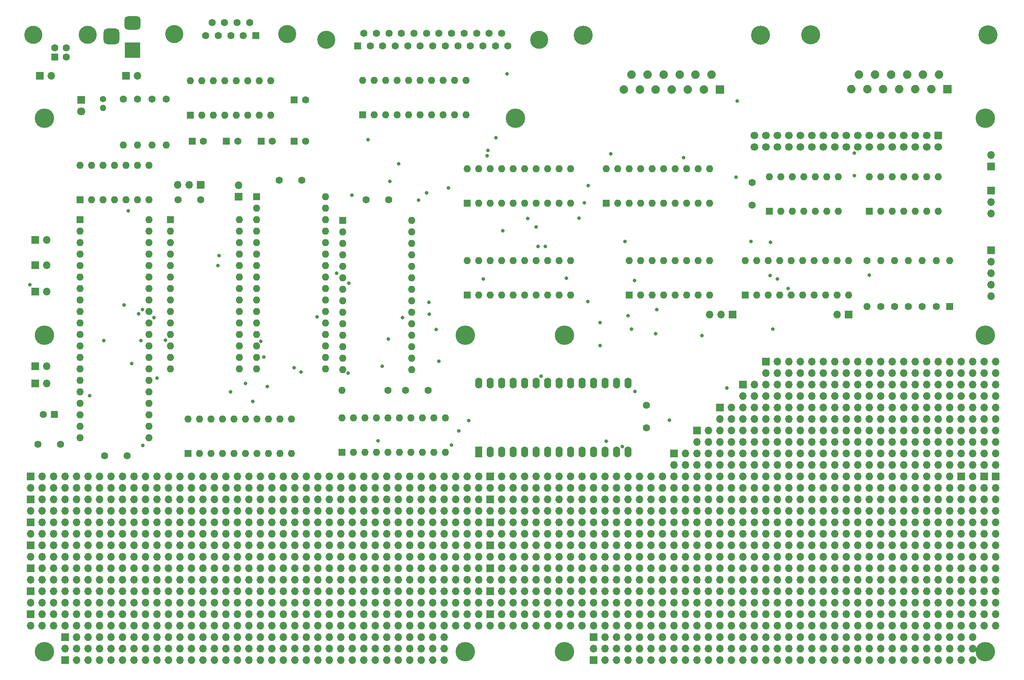
<source format=gbs>
G04 #@! TF.GenerationSoftware,KiCad,Pcbnew,8.0.3*
G04 #@! TF.CreationDate,2024-07-12T16:59:53+02:00*
G04 #@! TF.ProjectId,Sally2,53616c6c-7932-42e6-9b69-6361645f7063,rev?*
G04 #@! TF.SameCoordinates,Original*
G04 #@! TF.FileFunction,Soldermask,Bot*
G04 #@! TF.FilePolarity,Negative*
%FSLAX46Y46*%
G04 Gerber Fmt 4.6, Leading zero omitted, Abs format (unit mm)*
G04 Created by KiCad (PCBNEW 8.0.3) date 2024-07-12 16:59:53*
%MOMM*%
%LPD*%
G01*
G04 APERTURE LIST*
G04 Aperture macros list*
%AMRoundRect*
0 Rectangle with rounded corners*
0 $1 Rounding radius*
0 $2 $3 $4 $5 $6 $7 $8 $9 X,Y pos of 4 corners*
0 Add a 4 corners polygon primitive as box body*
4,1,4,$2,$3,$4,$5,$6,$7,$8,$9,$2,$3,0*
0 Add four circle primitives for the rounded corners*
1,1,$1+$1,$2,$3*
1,1,$1+$1,$4,$5*
1,1,$1+$1,$6,$7*
1,1,$1+$1,$8,$9*
0 Add four rect primitives between the rounded corners*
20,1,$1+$1,$2,$3,$4,$5,0*
20,1,$1+$1,$4,$5,$6,$7,0*
20,1,$1+$1,$6,$7,$8,$9,0*
20,1,$1+$1,$8,$9,$2,$3,0*%
G04 Aperture macros list end*
%ADD10R,1.700000X1.700000*%
%ADD11O,1.700000X1.700000*%
%ADD12R,1.800000X1.800000*%
%ADD13C,1.800000*%
%ADD14C,1.600000*%
%ADD15R,1.600000X1.600000*%
%ADD16C,4.000000*%
%ADD17C,4.300000*%
%ADD18O,1.600000X1.600000*%
%ADD19C,3.000000*%
%ADD20C,1.879600*%
%ADD21RoundRect,0.101600X-0.838200X-0.838200X0.838200X-0.838200X0.838200X0.838200X-0.838200X0.838200X0*%
%ADD22C,4.203200*%
%ADD23R,1.600000X2.400000*%
%ADD24O,1.600000X2.400000*%
%ADD25C,1.400000*%
%ADD26O,1.400000X1.400000*%
%ADD27RoundRect,0.250000X-0.600000X0.600000X-0.600000X-0.600000X0.600000X-0.600000X0.600000X0.600000X0*%
%ADD28C,1.700000*%
%ADD29R,3.500000X3.500000*%
%ADD30RoundRect,0.750000X-1.000000X0.750000X-1.000000X-0.750000X1.000000X-0.750000X1.000000X0.750000X0*%
%ADD31RoundRect,0.875000X-0.875000X0.875000X-0.875000X-0.875000X0.875000X-0.875000X0.875000X0.875000X0*%
%ADD32C,0.800000*%
G04 APERTURE END LIST*
D10*
X137414000Y-146812000D03*
D11*
X139954000Y-146812000D03*
X142494000Y-146812000D03*
X145034000Y-146812000D03*
X147574000Y-146812000D03*
X150114000Y-146812000D03*
X152654000Y-146812000D03*
X155194000Y-146812000D03*
X157734000Y-146812000D03*
X160274000Y-146812000D03*
X162814000Y-146812000D03*
X165354000Y-146812000D03*
X167894000Y-146812000D03*
X170434000Y-146812000D03*
X172974000Y-146812000D03*
X175514000Y-146812000D03*
X178054000Y-146812000D03*
X180594000Y-146812000D03*
X183134000Y-146812000D03*
X185674000Y-146812000D03*
X188214000Y-146812000D03*
X190754000Y-146812000D03*
X193294000Y-146812000D03*
X195834000Y-146812000D03*
X198374000Y-146812000D03*
X200914000Y-146812000D03*
X203454000Y-146812000D03*
X205994000Y-146812000D03*
X208534000Y-146812000D03*
X211074000Y-146812000D03*
X213614000Y-146812000D03*
X216154000Y-146812000D03*
X218694000Y-146812000D03*
X221234000Y-146812000D03*
D10*
X20574000Y-146812000D03*
D11*
X23114000Y-146812000D03*
X25654000Y-146812000D03*
X28194000Y-146812000D03*
X30734000Y-146812000D03*
X33274000Y-146812000D03*
X35814000Y-146812000D03*
X38354000Y-146812000D03*
X40894000Y-146812000D03*
X43434000Y-146812000D03*
X45974000Y-146812000D03*
X48514000Y-146812000D03*
X51054000Y-146812000D03*
X53594000Y-146812000D03*
X56134000Y-146812000D03*
X58674000Y-146812000D03*
X61214000Y-146812000D03*
X63754000Y-146812000D03*
X66294000Y-146812000D03*
X68834000Y-146812000D03*
X71374000Y-146812000D03*
X73914000Y-146812000D03*
X76454000Y-146812000D03*
X78994000Y-146812000D03*
X81534000Y-146812000D03*
X84074000Y-146812000D03*
X86614000Y-146812000D03*
X89154000Y-146812000D03*
X91694000Y-146812000D03*
X94234000Y-146812000D03*
X96774000Y-146812000D03*
X99314000Y-146812000D03*
X101854000Y-146812000D03*
X104394000Y-146812000D03*
D10*
X137414000Y-141732000D03*
D11*
X137414000Y-144272000D03*
X139954000Y-141732000D03*
X139954000Y-144272000D03*
X142494000Y-141732000D03*
X142494000Y-144272000D03*
X145034000Y-141732000D03*
X145034000Y-144272000D03*
X147574000Y-141732000D03*
X147574000Y-144272000D03*
X150114000Y-141732000D03*
X150114000Y-144272000D03*
X152654000Y-141732000D03*
X152654000Y-144272000D03*
X155194000Y-141732000D03*
X155194000Y-144272000D03*
X157734000Y-141732000D03*
X157734000Y-144272000D03*
X160274000Y-141732000D03*
X160274000Y-144272000D03*
X162814000Y-141732000D03*
X162814000Y-144272000D03*
X165354000Y-141732000D03*
X165354000Y-144272000D03*
X167894000Y-141732000D03*
X167894000Y-144272000D03*
X170434000Y-141732000D03*
X170434000Y-144272000D03*
X172974000Y-141732000D03*
X172974000Y-144272000D03*
X175514000Y-141732000D03*
X175514000Y-144272000D03*
X178054000Y-141732000D03*
X178054000Y-144272000D03*
X180594000Y-141732000D03*
X180594000Y-144272000D03*
X183134000Y-141732000D03*
X183134000Y-144272000D03*
X185674000Y-141732000D03*
X185674000Y-144272000D03*
X188214000Y-141732000D03*
X188214000Y-144272000D03*
X190754000Y-141732000D03*
X190754000Y-144272000D03*
X193294000Y-141732000D03*
X193294000Y-144272000D03*
X195834000Y-141732000D03*
X195834000Y-144272000D03*
X198374000Y-141732000D03*
X198374000Y-144272000D03*
X200914000Y-141732000D03*
X200914000Y-144272000D03*
X203454000Y-141732000D03*
X203454000Y-144272000D03*
X205994000Y-141732000D03*
X205994000Y-144272000D03*
X208534000Y-141732000D03*
X208534000Y-144272000D03*
X211074000Y-141732000D03*
X211074000Y-144272000D03*
X213614000Y-141732000D03*
X213614000Y-144272000D03*
X216154000Y-141732000D03*
X216154000Y-144272000D03*
X218694000Y-141732000D03*
X218694000Y-144272000D03*
X221234000Y-141732000D03*
X221234000Y-144272000D03*
D10*
X20574000Y-141732000D03*
D11*
X20574000Y-144272000D03*
X23114000Y-141732000D03*
X23114000Y-144272000D03*
X25654000Y-141732000D03*
X25654000Y-144272000D03*
X28194000Y-141732000D03*
X28194000Y-144272000D03*
X30734000Y-141732000D03*
X30734000Y-144272000D03*
X33274000Y-141732000D03*
X33274000Y-144272000D03*
X35814000Y-141732000D03*
X35814000Y-144272000D03*
X38354000Y-141732000D03*
X38354000Y-144272000D03*
X40894000Y-141732000D03*
X40894000Y-144272000D03*
X43434000Y-141732000D03*
X43434000Y-144272000D03*
X45974000Y-141732000D03*
X45974000Y-144272000D03*
X48514000Y-141732000D03*
X48514000Y-144272000D03*
X51054000Y-141732000D03*
X51054000Y-144272000D03*
X53594000Y-141732000D03*
X53594000Y-144272000D03*
X56134000Y-141732000D03*
X56134000Y-144272000D03*
X58674000Y-141732000D03*
X58674000Y-144272000D03*
X61214000Y-141732000D03*
X61214000Y-144272000D03*
X63754000Y-141732000D03*
X63754000Y-144272000D03*
X66294000Y-141732000D03*
X66294000Y-144272000D03*
X68834000Y-141732000D03*
X68834000Y-144272000D03*
X71374000Y-141732000D03*
X71374000Y-144272000D03*
X73914000Y-141732000D03*
X73914000Y-144272000D03*
X76454000Y-141732000D03*
X76454000Y-144272000D03*
X78994000Y-141732000D03*
X78994000Y-144272000D03*
X81534000Y-141732000D03*
X81534000Y-144272000D03*
X84074000Y-141732000D03*
X84074000Y-144272000D03*
X86614000Y-141732000D03*
X86614000Y-144272000D03*
X89154000Y-141732000D03*
X89154000Y-144272000D03*
X91694000Y-141732000D03*
X91694000Y-144272000D03*
X94234000Y-141732000D03*
X94234000Y-144272000D03*
X96774000Y-141732000D03*
X96774000Y-144272000D03*
X99314000Y-141732000D03*
X99314000Y-144272000D03*
X101854000Y-141732000D03*
X101854000Y-144272000D03*
X104394000Y-141732000D03*
X104394000Y-144272000D03*
D10*
X226314000Y-106172000D03*
D11*
X226314000Y-108712000D03*
X226314000Y-111252000D03*
X226314000Y-113792000D03*
X226314000Y-116332000D03*
X226314000Y-118872000D03*
X226314000Y-121412000D03*
X226314000Y-123952000D03*
X226314000Y-126492000D03*
X226314000Y-129032000D03*
X226314000Y-131572000D03*
X226314000Y-134112000D03*
X226314000Y-136652000D03*
X226314000Y-139192000D03*
D10*
X223774000Y-106172000D03*
D11*
X221234000Y-106172000D03*
X223774000Y-108712000D03*
X221234000Y-108712000D03*
X223774000Y-111252000D03*
X221234000Y-111252000D03*
X223774000Y-113792000D03*
X221234000Y-113792000D03*
X223774000Y-116332000D03*
X221234000Y-116332000D03*
X223774000Y-118872000D03*
X221234000Y-118872000D03*
X223774000Y-121412000D03*
X221234000Y-121412000D03*
X223774000Y-123952000D03*
X221234000Y-123952000D03*
X223774000Y-126492000D03*
X221234000Y-126492000D03*
X223774000Y-129032000D03*
X221234000Y-129032000D03*
X223774000Y-131572000D03*
X221234000Y-131572000D03*
X223774000Y-134112000D03*
X221234000Y-134112000D03*
X223774000Y-136652000D03*
X221234000Y-136652000D03*
X223774000Y-139192000D03*
X221234000Y-139192000D03*
D10*
X218694000Y-106172000D03*
D11*
X216154000Y-106172000D03*
X218694000Y-108712000D03*
X216154000Y-108712000D03*
X218694000Y-111252000D03*
X216154000Y-111252000D03*
X218694000Y-113792000D03*
X216154000Y-113792000D03*
X218694000Y-116332000D03*
X216154000Y-116332000D03*
X218694000Y-118872000D03*
X216154000Y-118872000D03*
X218694000Y-121412000D03*
X216154000Y-121412000D03*
X218694000Y-123952000D03*
X216154000Y-123952000D03*
X218694000Y-126492000D03*
X216154000Y-126492000D03*
X218694000Y-129032000D03*
X216154000Y-129032000D03*
X218694000Y-131572000D03*
X216154000Y-131572000D03*
X218694000Y-134112000D03*
X216154000Y-134112000D03*
X218694000Y-136652000D03*
X216154000Y-136652000D03*
X218694000Y-139192000D03*
X216154000Y-139192000D03*
D10*
X175514000Y-80772000D03*
D11*
X175514000Y-83312000D03*
X178054000Y-80772000D03*
X178054000Y-83312000D03*
X180594000Y-80772000D03*
X180594000Y-83312000D03*
X183134000Y-80772000D03*
X183134000Y-83312000D03*
X185674000Y-80772000D03*
X185674000Y-83312000D03*
X188214000Y-80772000D03*
X188214000Y-83312000D03*
X190754000Y-80772000D03*
X190754000Y-83312000D03*
X193294000Y-80772000D03*
X193294000Y-83312000D03*
X195834000Y-80772000D03*
X195834000Y-83312000D03*
X198374000Y-80772000D03*
X198374000Y-83312000D03*
X200914000Y-80772000D03*
X200914000Y-83312000D03*
X203454000Y-80772000D03*
X203454000Y-83312000D03*
X205994000Y-80772000D03*
X205994000Y-83312000D03*
X208534000Y-80772000D03*
X208534000Y-83312000D03*
X211074000Y-80772000D03*
X211074000Y-83312000D03*
X213614000Y-80772000D03*
X213614000Y-83312000D03*
X216154000Y-80772000D03*
X216154000Y-83312000D03*
X218694000Y-80772000D03*
X218694000Y-83312000D03*
X221234000Y-80772000D03*
X221234000Y-83312000D03*
X223774000Y-80772000D03*
X223774000Y-83312000D03*
X226314000Y-80772000D03*
X226314000Y-83312000D03*
D10*
X170434000Y-85852000D03*
D11*
X170434000Y-88392000D03*
X172974000Y-85852000D03*
X172974000Y-88392000D03*
X175514000Y-85852000D03*
X175514000Y-88392000D03*
X178054000Y-85852000D03*
X178054000Y-88392000D03*
X180594000Y-85852000D03*
X180594000Y-88392000D03*
X183134000Y-85852000D03*
X183134000Y-88392000D03*
X185674000Y-85852000D03*
X185674000Y-88392000D03*
X188214000Y-85852000D03*
X188214000Y-88392000D03*
X190754000Y-85852000D03*
X190754000Y-88392000D03*
X193294000Y-85852000D03*
X193294000Y-88392000D03*
X195834000Y-85852000D03*
X195834000Y-88392000D03*
X198374000Y-85852000D03*
X198374000Y-88392000D03*
X200914000Y-85852000D03*
X200914000Y-88392000D03*
X203454000Y-85852000D03*
X203454000Y-88392000D03*
X205994000Y-85852000D03*
X205994000Y-88392000D03*
X208534000Y-85852000D03*
X208534000Y-88392000D03*
X211074000Y-85852000D03*
X211074000Y-88392000D03*
X213614000Y-85852000D03*
X213614000Y-88392000D03*
X216154000Y-85852000D03*
X216154000Y-88392000D03*
X218694000Y-85852000D03*
X218694000Y-88392000D03*
X221234000Y-85852000D03*
X221234000Y-88392000D03*
X223774000Y-85852000D03*
X223774000Y-88392000D03*
X226314000Y-85852000D03*
X226314000Y-88392000D03*
D10*
X165354000Y-90932000D03*
D11*
X165354000Y-93472000D03*
X167894000Y-90932000D03*
X167894000Y-93472000D03*
X170434000Y-90932000D03*
X170434000Y-93472000D03*
X172974000Y-90932000D03*
X172974000Y-93472000D03*
X175514000Y-90932000D03*
X175514000Y-93472000D03*
X178054000Y-90932000D03*
X178054000Y-93472000D03*
X180594000Y-90932000D03*
X180594000Y-93472000D03*
X183134000Y-90932000D03*
X183134000Y-93472000D03*
X185674000Y-90932000D03*
X185674000Y-93472000D03*
X188214000Y-90932000D03*
X188214000Y-93472000D03*
X190754000Y-90932000D03*
X190754000Y-93472000D03*
X193294000Y-90932000D03*
X193294000Y-93472000D03*
X195834000Y-90932000D03*
X195834000Y-93472000D03*
X198374000Y-90932000D03*
X198374000Y-93472000D03*
X200914000Y-90932000D03*
X200914000Y-93472000D03*
X203454000Y-90932000D03*
X203454000Y-93472000D03*
X205994000Y-90932000D03*
X205994000Y-93472000D03*
X208534000Y-90932000D03*
X208534000Y-93472000D03*
X211074000Y-90932000D03*
X211074000Y-93472000D03*
X213614000Y-90932000D03*
X213614000Y-93472000D03*
X216154000Y-90932000D03*
X216154000Y-93472000D03*
X218694000Y-90932000D03*
X218694000Y-93472000D03*
X221234000Y-90932000D03*
X221234000Y-93472000D03*
X223774000Y-90932000D03*
X223774000Y-93472000D03*
X226314000Y-90932000D03*
X226314000Y-93472000D03*
D10*
X160274000Y-96012000D03*
D11*
X160274000Y-98552000D03*
X162814000Y-96012000D03*
X162814000Y-98552000D03*
X165354000Y-96012000D03*
X165354000Y-98552000D03*
X167894000Y-96012000D03*
X167894000Y-98552000D03*
X170434000Y-96012000D03*
X170434000Y-98552000D03*
X172974000Y-96012000D03*
X172974000Y-98552000D03*
X175514000Y-96012000D03*
X175514000Y-98552000D03*
X178054000Y-96012000D03*
X178054000Y-98552000D03*
X180594000Y-96012000D03*
X180594000Y-98552000D03*
X183134000Y-96012000D03*
X183134000Y-98552000D03*
X185674000Y-96012000D03*
X185674000Y-98552000D03*
X188214000Y-96012000D03*
X188214000Y-98552000D03*
X190754000Y-96012000D03*
X190754000Y-98552000D03*
X193294000Y-96012000D03*
X193294000Y-98552000D03*
X195834000Y-96012000D03*
X195834000Y-98552000D03*
X198374000Y-96012000D03*
X198374000Y-98552000D03*
X200914000Y-96012000D03*
X200914000Y-98552000D03*
X203454000Y-96012000D03*
X203454000Y-98552000D03*
X205994000Y-96012000D03*
X205994000Y-98552000D03*
X208534000Y-96012000D03*
X208534000Y-98552000D03*
X211074000Y-96012000D03*
X211074000Y-98552000D03*
X213614000Y-96012000D03*
X213614000Y-98552000D03*
X216154000Y-96012000D03*
X216154000Y-98552000D03*
X218694000Y-96012000D03*
X218694000Y-98552000D03*
X221234000Y-96012000D03*
X221234000Y-98552000D03*
X223774000Y-96012000D03*
X223774000Y-98552000D03*
X226314000Y-96012000D03*
X226314000Y-98552000D03*
D10*
X155194000Y-101092000D03*
D11*
X155194000Y-103632000D03*
X157734000Y-101092000D03*
X157734000Y-103632000D03*
X160274000Y-101092000D03*
X160274000Y-103632000D03*
X162814000Y-101092000D03*
X162814000Y-103632000D03*
X165354000Y-101092000D03*
X165354000Y-103632000D03*
X167894000Y-101092000D03*
X167894000Y-103632000D03*
X170434000Y-101092000D03*
X170434000Y-103632000D03*
X172974000Y-101092000D03*
X172974000Y-103632000D03*
X175514000Y-101092000D03*
X175514000Y-103632000D03*
X178054000Y-101092000D03*
X178054000Y-103632000D03*
X180594000Y-101092000D03*
X180594000Y-103632000D03*
X183134000Y-101092000D03*
X183134000Y-103632000D03*
X185674000Y-101092000D03*
X185674000Y-103632000D03*
X188214000Y-101092000D03*
X188214000Y-103632000D03*
X190754000Y-101092000D03*
X190754000Y-103632000D03*
X193294000Y-101092000D03*
X193294000Y-103632000D03*
X195834000Y-101092000D03*
X195834000Y-103632000D03*
X198374000Y-101092000D03*
X198374000Y-103632000D03*
X200914000Y-101092000D03*
X200914000Y-103632000D03*
X203454000Y-101092000D03*
X203454000Y-103632000D03*
X205994000Y-101092000D03*
X205994000Y-103632000D03*
X208534000Y-101092000D03*
X208534000Y-103632000D03*
X211074000Y-101092000D03*
X211074000Y-103632000D03*
X213614000Y-101092000D03*
X213614000Y-103632000D03*
X216154000Y-101092000D03*
X216154000Y-103632000D03*
X218694000Y-101092000D03*
X218694000Y-103632000D03*
X221234000Y-101092000D03*
X221234000Y-103632000D03*
X223774000Y-101092000D03*
X223774000Y-103632000D03*
X226314000Y-101092000D03*
X226314000Y-103632000D03*
X213614000Y-113792000D03*
X213614000Y-111252000D03*
X211074000Y-113792000D03*
X211074000Y-111252000D03*
X208534000Y-113792000D03*
X208534000Y-111252000D03*
X205994000Y-113792000D03*
X205994000Y-111252000D03*
X203454000Y-113792000D03*
X203454000Y-111252000D03*
X200914000Y-113792000D03*
X200914000Y-111252000D03*
X198374000Y-113792000D03*
X198374000Y-111252000D03*
X195834000Y-113792000D03*
X195834000Y-111252000D03*
X193294000Y-113792000D03*
X193294000Y-111252000D03*
X190754000Y-113792000D03*
X190754000Y-111252000D03*
X188214000Y-113792000D03*
X188214000Y-111252000D03*
X185674000Y-113792000D03*
X185674000Y-111252000D03*
X183134000Y-113792000D03*
X183134000Y-111252000D03*
X180594000Y-113792000D03*
X180594000Y-111252000D03*
X178054000Y-113792000D03*
X178054000Y-111252000D03*
X175514000Y-113792000D03*
X175514000Y-111252000D03*
X172974000Y-113792000D03*
X172974000Y-111252000D03*
X170434000Y-113792000D03*
X170434000Y-111252000D03*
X167894000Y-113792000D03*
X167894000Y-111252000D03*
X165354000Y-113792000D03*
X165354000Y-111252000D03*
X162814000Y-113792000D03*
X162814000Y-111252000D03*
X160274000Y-113792000D03*
X160274000Y-111252000D03*
X157734000Y-113792000D03*
X157734000Y-111252000D03*
X155194000Y-113792000D03*
X155194000Y-111252000D03*
X152654000Y-113792000D03*
X152654000Y-111252000D03*
X150114000Y-113792000D03*
X150114000Y-111252000D03*
X147574000Y-113792000D03*
X147574000Y-111252000D03*
X145034000Y-113792000D03*
X145034000Y-111252000D03*
X142494000Y-113792000D03*
X142494000Y-111252000D03*
X139954000Y-113792000D03*
X139954000Y-111252000D03*
X137414000Y-113792000D03*
X137414000Y-111252000D03*
X134874000Y-113792000D03*
X134874000Y-111252000D03*
X132334000Y-113792000D03*
X132334000Y-111252000D03*
X129794000Y-113792000D03*
X129794000Y-111252000D03*
X127254000Y-113792000D03*
X127254000Y-111252000D03*
X124714000Y-113792000D03*
X124714000Y-111252000D03*
X122174000Y-113792000D03*
X122174000Y-111252000D03*
X119634000Y-113792000D03*
X119634000Y-111252000D03*
X117094000Y-113792000D03*
X117094000Y-111252000D03*
X114554000Y-113792000D03*
D10*
X114554000Y-111252000D03*
D11*
X112014000Y-108712000D03*
X112014000Y-106172000D03*
X109474000Y-108712000D03*
X109474000Y-106172000D03*
X106934000Y-108712000D03*
X106934000Y-106172000D03*
X104394000Y-108712000D03*
X104394000Y-106172000D03*
X101854000Y-108712000D03*
X101854000Y-106172000D03*
X99314000Y-108712000D03*
X99314000Y-106172000D03*
X96774000Y-108712000D03*
X96774000Y-106172000D03*
X94234000Y-108712000D03*
X94234000Y-106172000D03*
X91694000Y-108712000D03*
X91694000Y-106172000D03*
X89154000Y-108712000D03*
X89154000Y-106172000D03*
X86614000Y-108712000D03*
X86614000Y-106172000D03*
X84074000Y-108712000D03*
X84074000Y-106172000D03*
X81534000Y-108712000D03*
X81534000Y-106172000D03*
X78994000Y-108712000D03*
X78994000Y-106172000D03*
X76454000Y-108712000D03*
X76454000Y-106172000D03*
X73914000Y-108712000D03*
X73914000Y-106172000D03*
X71374000Y-108712000D03*
X71374000Y-106172000D03*
X68834000Y-108712000D03*
X68834000Y-106172000D03*
X66294000Y-108712000D03*
X66294000Y-106172000D03*
X63754000Y-108712000D03*
X63754000Y-106172000D03*
X61214000Y-108712000D03*
X61214000Y-106172000D03*
X58674000Y-108712000D03*
X58674000Y-106172000D03*
X56134000Y-108712000D03*
X56134000Y-106172000D03*
X53594000Y-108712000D03*
X53594000Y-106172000D03*
X51054000Y-108712000D03*
X51054000Y-106172000D03*
X48514000Y-108712000D03*
X48514000Y-106172000D03*
X45974000Y-108712000D03*
X45974000Y-106172000D03*
X43434000Y-108712000D03*
X43434000Y-106172000D03*
X40894000Y-108712000D03*
X40894000Y-106172000D03*
X38354000Y-108712000D03*
X38354000Y-106172000D03*
X35814000Y-108712000D03*
X35814000Y-106172000D03*
X33274000Y-108712000D03*
X33274000Y-106172000D03*
X30734000Y-108712000D03*
X30734000Y-106172000D03*
X28194000Y-108712000D03*
X28194000Y-106172000D03*
X25654000Y-108712000D03*
X25654000Y-106172000D03*
X23114000Y-108712000D03*
X23114000Y-106172000D03*
X20574000Y-108712000D03*
X20574000Y-106172000D03*
X18034000Y-108712000D03*
X18034000Y-106172000D03*
X15494000Y-108712000D03*
X15494000Y-106172000D03*
X12954000Y-108712000D03*
D10*
X12954000Y-106172000D03*
D11*
X112014000Y-113792000D03*
X112014000Y-111252000D03*
X109474000Y-113792000D03*
X109474000Y-111252000D03*
X106934000Y-113792000D03*
X106934000Y-111252000D03*
X104394000Y-113792000D03*
X104394000Y-111252000D03*
X101854000Y-113792000D03*
X101854000Y-111252000D03*
X99314000Y-113792000D03*
X99314000Y-111252000D03*
X96774000Y-113792000D03*
X96774000Y-111252000D03*
X94234000Y-113792000D03*
X94234000Y-111252000D03*
X91694000Y-113792000D03*
X91694000Y-111252000D03*
X89154000Y-113792000D03*
X89154000Y-111252000D03*
X86614000Y-113792000D03*
X86614000Y-111252000D03*
X84074000Y-113792000D03*
X84074000Y-111252000D03*
X81534000Y-113792000D03*
X81534000Y-111252000D03*
X78994000Y-113792000D03*
X78994000Y-111252000D03*
X76454000Y-113792000D03*
X76454000Y-111252000D03*
X73914000Y-113792000D03*
X73914000Y-111252000D03*
X71374000Y-113792000D03*
X71374000Y-111252000D03*
X68834000Y-113792000D03*
X68834000Y-111252000D03*
X66294000Y-113792000D03*
X66294000Y-111252000D03*
X63754000Y-113792000D03*
X63754000Y-111252000D03*
X61214000Y-113792000D03*
X61214000Y-111252000D03*
X58674000Y-113792000D03*
X58674000Y-111252000D03*
X56134000Y-113792000D03*
X56134000Y-111252000D03*
X53594000Y-113792000D03*
X53594000Y-111252000D03*
X51054000Y-113792000D03*
X51054000Y-111252000D03*
X48514000Y-113792000D03*
X48514000Y-111252000D03*
X45974000Y-113792000D03*
X45974000Y-111252000D03*
X43434000Y-113792000D03*
X43434000Y-111252000D03*
X40894000Y-113792000D03*
X40894000Y-111252000D03*
X38354000Y-113792000D03*
X38354000Y-111252000D03*
X35814000Y-113792000D03*
X35814000Y-111252000D03*
X33274000Y-113792000D03*
X33274000Y-111252000D03*
X30734000Y-113792000D03*
X30734000Y-111252000D03*
X28194000Y-113792000D03*
X28194000Y-111252000D03*
X25654000Y-113792000D03*
X25654000Y-111252000D03*
X23114000Y-113792000D03*
X23114000Y-111252000D03*
X20574000Y-113792000D03*
X20574000Y-111252000D03*
X18034000Y-113792000D03*
X18034000Y-111252000D03*
X15494000Y-113792000D03*
X15494000Y-111252000D03*
X12954000Y-113792000D03*
D10*
X12954000Y-111252000D03*
X12954000Y-116332000D03*
D11*
X12954000Y-118872000D03*
X15494000Y-116332000D03*
X15494000Y-118872000D03*
X18034000Y-116332000D03*
X18034000Y-118872000D03*
X20574000Y-116332000D03*
X20574000Y-118872000D03*
X23114000Y-116332000D03*
X23114000Y-118872000D03*
X25654000Y-116332000D03*
X25654000Y-118872000D03*
X28194000Y-116332000D03*
X28194000Y-118872000D03*
X30734000Y-116332000D03*
X30734000Y-118872000D03*
X33274000Y-116332000D03*
X33274000Y-118872000D03*
X35814000Y-116332000D03*
X35814000Y-118872000D03*
X38354000Y-116332000D03*
X38354000Y-118872000D03*
X40894000Y-116332000D03*
X40894000Y-118872000D03*
X43434000Y-116332000D03*
X43434000Y-118872000D03*
X45974000Y-116332000D03*
X45974000Y-118872000D03*
X48514000Y-116332000D03*
X48514000Y-118872000D03*
X51054000Y-116332000D03*
X51054000Y-118872000D03*
X53594000Y-116332000D03*
X53594000Y-118872000D03*
X56134000Y-116332000D03*
X56134000Y-118872000D03*
X58674000Y-116332000D03*
X58674000Y-118872000D03*
X61214000Y-116332000D03*
X61214000Y-118872000D03*
X63754000Y-116332000D03*
X63754000Y-118872000D03*
X66294000Y-116332000D03*
X66294000Y-118872000D03*
X68834000Y-116332000D03*
X68834000Y-118872000D03*
X71374000Y-116332000D03*
X71374000Y-118872000D03*
X73914000Y-116332000D03*
X73914000Y-118872000D03*
X76454000Y-116332000D03*
X76454000Y-118872000D03*
X78994000Y-116332000D03*
X78994000Y-118872000D03*
X81534000Y-116332000D03*
X81534000Y-118872000D03*
X84074000Y-116332000D03*
X84074000Y-118872000D03*
X86614000Y-116332000D03*
X86614000Y-118872000D03*
X89154000Y-116332000D03*
X89154000Y-118872000D03*
X91694000Y-116332000D03*
X91694000Y-118872000D03*
X94234000Y-116332000D03*
X94234000Y-118872000D03*
X96774000Y-116332000D03*
X96774000Y-118872000D03*
X99314000Y-116332000D03*
X99314000Y-118872000D03*
X101854000Y-116332000D03*
X101854000Y-118872000D03*
X104394000Y-116332000D03*
X104394000Y-118872000D03*
X106934000Y-116332000D03*
X106934000Y-118872000D03*
X109474000Y-116332000D03*
X109474000Y-118872000D03*
X112014000Y-116332000D03*
X112014000Y-118872000D03*
X213614000Y-108712000D03*
X213614000Y-106172000D03*
X211074000Y-108712000D03*
X211074000Y-106172000D03*
X208534000Y-108712000D03*
X208534000Y-106172000D03*
X205994000Y-108712000D03*
X205994000Y-106172000D03*
X203454000Y-108712000D03*
X203454000Y-106172000D03*
X200914000Y-108712000D03*
X200914000Y-106172000D03*
X198374000Y-108712000D03*
X198374000Y-106172000D03*
X195834000Y-108712000D03*
X195834000Y-106172000D03*
X193294000Y-108712000D03*
X193294000Y-106172000D03*
X190754000Y-108712000D03*
X190754000Y-106172000D03*
X188214000Y-108712000D03*
X188214000Y-106172000D03*
X185674000Y-108712000D03*
X185674000Y-106172000D03*
X183134000Y-108712000D03*
X183134000Y-106172000D03*
X180594000Y-108712000D03*
X180594000Y-106172000D03*
X178054000Y-108712000D03*
X178054000Y-106172000D03*
X175514000Y-108712000D03*
X175514000Y-106172000D03*
X172974000Y-108712000D03*
X172974000Y-106172000D03*
X170434000Y-108712000D03*
X170434000Y-106172000D03*
X167894000Y-108712000D03*
X167894000Y-106172000D03*
X165354000Y-108712000D03*
X165354000Y-106172000D03*
X162814000Y-108712000D03*
X162814000Y-106172000D03*
X160274000Y-108712000D03*
X160274000Y-106172000D03*
X157734000Y-108712000D03*
X157734000Y-106172000D03*
X155194000Y-108712000D03*
X155194000Y-106172000D03*
X152654000Y-108712000D03*
X152654000Y-106172000D03*
X150114000Y-108712000D03*
X150114000Y-106172000D03*
X147574000Y-108712000D03*
X147574000Y-106172000D03*
X145034000Y-108712000D03*
X145034000Y-106172000D03*
X142494000Y-108712000D03*
X142494000Y-106172000D03*
X139954000Y-108712000D03*
X139954000Y-106172000D03*
X137414000Y-108712000D03*
X137414000Y-106172000D03*
X134874000Y-108712000D03*
X134874000Y-106172000D03*
X132334000Y-108712000D03*
X132334000Y-106172000D03*
X129794000Y-108712000D03*
X129794000Y-106172000D03*
X127254000Y-108712000D03*
X127254000Y-106172000D03*
X124714000Y-108712000D03*
X124714000Y-106172000D03*
X122174000Y-108712000D03*
X122174000Y-106172000D03*
X119634000Y-108712000D03*
X119634000Y-106172000D03*
X117094000Y-108712000D03*
X117094000Y-106172000D03*
X114554000Y-108712000D03*
D10*
X114554000Y-106172000D03*
X114554000Y-116332000D03*
D11*
X114554000Y-118872000D03*
X117094000Y-116332000D03*
X117094000Y-118872000D03*
X119634000Y-116332000D03*
X119634000Y-118872000D03*
X122174000Y-116332000D03*
X122174000Y-118872000D03*
X124714000Y-116332000D03*
X124714000Y-118872000D03*
X127254000Y-116332000D03*
X127254000Y-118872000D03*
X129794000Y-116332000D03*
X129794000Y-118872000D03*
X132334000Y-116332000D03*
X132334000Y-118872000D03*
X134874000Y-116332000D03*
X134874000Y-118872000D03*
X137414000Y-116332000D03*
X137414000Y-118872000D03*
X139954000Y-116332000D03*
X139954000Y-118872000D03*
X142494000Y-116332000D03*
X142494000Y-118872000D03*
X145034000Y-116332000D03*
X145034000Y-118872000D03*
X147574000Y-116332000D03*
X147574000Y-118872000D03*
X150114000Y-116332000D03*
X150114000Y-118872000D03*
X152654000Y-116332000D03*
X152654000Y-118872000D03*
X155194000Y-116332000D03*
X155194000Y-118872000D03*
X157734000Y-116332000D03*
X157734000Y-118872000D03*
X160274000Y-116332000D03*
X160274000Y-118872000D03*
X162814000Y-116332000D03*
X162814000Y-118872000D03*
X165354000Y-116332000D03*
X165354000Y-118872000D03*
X167894000Y-116332000D03*
X167894000Y-118872000D03*
X170434000Y-116332000D03*
X170434000Y-118872000D03*
X172974000Y-116332000D03*
X172974000Y-118872000D03*
X175514000Y-116332000D03*
X175514000Y-118872000D03*
X178054000Y-116332000D03*
X178054000Y-118872000D03*
X180594000Y-116332000D03*
X180594000Y-118872000D03*
X183134000Y-116332000D03*
X183134000Y-118872000D03*
X185674000Y-116332000D03*
X185674000Y-118872000D03*
X188214000Y-116332000D03*
X188214000Y-118872000D03*
X190754000Y-116332000D03*
X190754000Y-118872000D03*
X193294000Y-116332000D03*
X193294000Y-118872000D03*
X195834000Y-116332000D03*
X195834000Y-118872000D03*
X198374000Y-116332000D03*
X198374000Y-118872000D03*
X200914000Y-116332000D03*
X200914000Y-118872000D03*
X203454000Y-116332000D03*
X203454000Y-118872000D03*
X205994000Y-116332000D03*
X205994000Y-118872000D03*
X208534000Y-116332000D03*
X208534000Y-118872000D03*
X211074000Y-116332000D03*
X211074000Y-118872000D03*
X213614000Y-116332000D03*
X213614000Y-118872000D03*
X112014000Y-123952000D03*
X112014000Y-121412000D03*
X109474000Y-123952000D03*
X109474000Y-121412000D03*
X106934000Y-123952000D03*
X106934000Y-121412000D03*
X104394000Y-123952000D03*
X104394000Y-121412000D03*
X101854000Y-123952000D03*
X101854000Y-121412000D03*
X99314000Y-123952000D03*
X99314000Y-121412000D03*
X96774000Y-123952000D03*
X96774000Y-121412000D03*
X94234000Y-123952000D03*
X94234000Y-121412000D03*
X91694000Y-123952000D03*
X91694000Y-121412000D03*
X89154000Y-123952000D03*
X89154000Y-121412000D03*
X86614000Y-123952000D03*
X86614000Y-121412000D03*
X84074000Y-123952000D03*
X84074000Y-121412000D03*
X81534000Y-123952000D03*
X81534000Y-121412000D03*
X78994000Y-123952000D03*
X78994000Y-121412000D03*
X76454000Y-123952000D03*
X76454000Y-121412000D03*
X73914000Y-123952000D03*
X73914000Y-121412000D03*
X71374000Y-123952000D03*
X71374000Y-121412000D03*
X68834000Y-123952000D03*
X68834000Y-121412000D03*
X66294000Y-123952000D03*
X66294000Y-121412000D03*
X63754000Y-123952000D03*
X63754000Y-121412000D03*
X61214000Y-123952000D03*
X61214000Y-121412000D03*
X58674000Y-123952000D03*
X58674000Y-121412000D03*
X56134000Y-123952000D03*
X56134000Y-121412000D03*
X53594000Y-123952000D03*
X53594000Y-121412000D03*
X51054000Y-123952000D03*
X51054000Y-121412000D03*
X48514000Y-123952000D03*
X48514000Y-121412000D03*
X45974000Y-123952000D03*
X45974000Y-121412000D03*
X43434000Y-123952000D03*
X43434000Y-121412000D03*
X40894000Y-123952000D03*
X40894000Y-121412000D03*
X38354000Y-123952000D03*
X38354000Y-121412000D03*
X35814000Y-123952000D03*
X35814000Y-121412000D03*
X33274000Y-123952000D03*
X33274000Y-121412000D03*
X30734000Y-123952000D03*
X30734000Y-121412000D03*
X28194000Y-123952000D03*
X28194000Y-121412000D03*
X25654000Y-123952000D03*
X25654000Y-121412000D03*
X23114000Y-123952000D03*
X23114000Y-121412000D03*
X20574000Y-123952000D03*
X20574000Y-121412000D03*
X18034000Y-123952000D03*
X18034000Y-121412000D03*
X15494000Y-123952000D03*
X15494000Y-121412000D03*
X12954000Y-123952000D03*
D10*
X12954000Y-121412000D03*
D11*
X213614000Y-129032000D03*
X213614000Y-126492000D03*
X211074000Y-129032000D03*
X211074000Y-126492000D03*
X208534000Y-129032000D03*
X208534000Y-126492000D03*
X205994000Y-129032000D03*
X205994000Y-126492000D03*
X203454000Y-129032000D03*
X203454000Y-126492000D03*
X200914000Y-129032000D03*
X200914000Y-126492000D03*
X198374000Y-129032000D03*
X198374000Y-126492000D03*
X195834000Y-129032000D03*
X195834000Y-126492000D03*
X193294000Y-129032000D03*
X193294000Y-126492000D03*
X190754000Y-129032000D03*
X190754000Y-126492000D03*
X188214000Y-129032000D03*
X188214000Y-126492000D03*
X185674000Y-129032000D03*
X185674000Y-126492000D03*
X183134000Y-129032000D03*
X183134000Y-126492000D03*
X180594000Y-129032000D03*
X180594000Y-126492000D03*
X178054000Y-129032000D03*
X178054000Y-126492000D03*
X175514000Y-129032000D03*
X175514000Y-126492000D03*
X172974000Y-129032000D03*
X172974000Y-126492000D03*
X170434000Y-129032000D03*
X170434000Y-126492000D03*
X167894000Y-129032000D03*
X167894000Y-126492000D03*
X165354000Y-129032000D03*
X165354000Y-126492000D03*
X162814000Y-129032000D03*
X162814000Y-126492000D03*
X160274000Y-129032000D03*
X160274000Y-126492000D03*
X157734000Y-129032000D03*
X157734000Y-126492000D03*
X155194000Y-129032000D03*
X155194000Y-126492000D03*
X152654000Y-129032000D03*
X152654000Y-126492000D03*
X150114000Y-129032000D03*
X150114000Y-126492000D03*
X147574000Y-129032000D03*
X147574000Y-126492000D03*
X145034000Y-129032000D03*
X145034000Y-126492000D03*
X142494000Y-129032000D03*
X142494000Y-126492000D03*
X139954000Y-129032000D03*
X139954000Y-126492000D03*
X137414000Y-129032000D03*
X137414000Y-126492000D03*
X134874000Y-129032000D03*
X134874000Y-126492000D03*
X132334000Y-129032000D03*
X132334000Y-126492000D03*
X129794000Y-129032000D03*
X129794000Y-126492000D03*
X127254000Y-129032000D03*
X127254000Y-126492000D03*
X124714000Y-129032000D03*
X124714000Y-126492000D03*
X122174000Y-129032000D03*
X122174000Y-126492000D03*
X119634000Y-129032000D03*
X119634000Y-126492000D03*
X117094000Y-129032000D03*
X117094000Y-126492000D03*
X114554000Y-129032000D03*
D10*
X114554000Y-126492000D03*
D11*
X213614000Y-123952000D03*
X213614000Y-121412000D03*
X211074000Y-123952000D03*
X211074000Y-121412000D03*
X208534000Y-123952000D03*
X208534000Y-121412000D03*
X205994000Y-123952000D03*
X205994000Y-121412000D03*
X203454000Y-123952000D03*
X203454000Y-121412000D03*
X200914000Y-123952000D03*
X200914000Y-121412000D03*
X198374000Y-123952000D03*
X198374000Y-121412000D03*
X195834000Y-123952000D03*
X195834000Y-121412000D03*
X193294000Y-123952000D03*
X193294000Y-121412000D03*
X190754000Y-123952000D03*
X190754000Y-121412000D03*
X188214000Y-123952000D03*
X188214000Y-121412000D03*
X185674000Y-123952000D03*
X185674000Y-121412000D03*
X183134000Y-123952000D03*
X183134000Y-121412000D03*
X180594000Y-123952000D03*
X180594000Y-121412000D03*
X178054000Y-123952000D03*
X178054000Y-121412000D03*
X175514000Y-123952000D03*
X175514000Y-121412000D03*
X172974000Y-123952000D03*
X172974000Y-121412000D03*
X170434000Y-123952000D03*
X170434000Y-121412000D03*
X167894000Y-123952000D03*
X167894000Y-121412000D03*
X165354000Y-123952000D03*
X165354000Y-121412000D03*
X162814000Y-123952000D03*
X162814000Y-121412000D03*
X160274000Y-123952000D03*
X160274000Y-121412000D03*
X157734000Y-123952000D03*
X157734000Y-121412000D03*
X155194000Y-123952000D03*
X155194000Y-121412000D03*
X152654000Y-123952000D03*
X152654000Y-121412000D03*
X150114000Y-123952000D03*
X150114000Y-121412000D03*
X147574000Y-123952000D03*
X147574000Y-121412000D03*
X145034000Y-123952000D03*
X145034000Y-121412000D03*
X142494000Y-123952000D03*
X142494000Y-121412000D03*
X139954000Y-123952000D03*
X139954000Y-121412000D03*
X137414000Y-123952000D03*
X137414000Y-121412000D03*
X134874000Y-123952000D03*
X134874000Y-121412000D03*
X132334000Y-123952000D03*
X132334000Y-121412000D03*
X129794000Y-123952000D03*
X129794000Y-121412000D03*
X127254000Y-123952000D03*
X127254000Y-121412000D03*
X124714000Y-123952000D03*
X124714000Y-121412000D03*
X122174000Y-123952000D03*
X122174000Y-121412000D03*
X119634000Y-123952000D03*
X119634000Y-121412000D03*
X117094000Y-123952000D03*
X117094000Y-121412000D03*
X114554000Y-123952000D03*
D10*
X114554000Y-121412000D03*
D11*
X112014000Y-129032000D03*
X112014000Y-126492000D03*
X109474000Y-129032000D03*
X109474000Y-126492000D03*
X106934000Y-129032000D03*
X106934000Y-126492000D03*
X104394000Y-129032000D03*
X104394000Y-126492000D03*
X101854000Y-129032000D03*
X101854000Y-126492000D03*
X99314000Y-129032000D03*
X99314000Y-126492000D03*
X96774000Y-129032000D03*
X96774000Y-126492000D03*
X94234000Y-129032000D03*
X94234000Y-126492000D03*
X91694000Y-129032000D03*
X91694000Y-126492000D03*
X89154000Y-129032000D03*
X89154000Y-126492000D03*
X86614000Y-129032000D03*
X86614000Y-126492000D03*
X84074000Y-129032000D03*
X84074000Y-126492000D03*
X81534000Y-129032000D03*
X81534000Y-126492000D03*
X78994000Y-129032000D03*
X78994000Y-126492000D03*
X76454000Y-129032000D03*
X76454000Y-126492000D03*
X73914000Y-129032000D03*
X73914000Y-126492000D03*
X71374000Y-129032000D03*
X71374000Y-126492000D03*
X68834000Y-129032000D03*
X68834000Y-126492000D03*
X66294000Y-129032000D03*
X66294000Y-126492000D03*
X63754000Y-129032000D03*
X63754000Y-126492000D03*
X61214000Y-129032000D03*
X61214000Y-126492000D03*
X58674000Y-129032000D03*
X58674000Y-126492000D03*
X56134000Y-129032000D03*
X56134000Y-126492000D03*
X53594000Y-129032000D03*
X53594000Y-126492000D03*
X51054000Y-129032000D03*
X51054000Y-126492000D03*
X48514000Y-129032000D03*
X48514000Y-126492000D03*
X45974000Y-129032000D03*
X45974000Y-126492000D03*
X43434000Y-129032000D03*
X43434000Y-126492000D03*
X40894000Y-129032000D03*
X40894000Y-126492000D03*
X38354000Y-129032000D03*
X38354000Y-126492000D03*
X35814000Y-129032000D03*
X35814000Y-126492000D03*
X33274000Y-129032000D03*
X33274000Y-126492000D03*
X30734000Y-129032000D03*
X30734000Y-126492000D03*
X28194000Y-129032000D03*
X28194000Y-126492000D03*
X25654000Y-129032000D03*
X25654000Y-126492000D03*
X23114000Y-129032000D03*
X23114000Y-126492000D03*
X20574000Y-129032000D03*
X20574000Y-126492000D03*
X18034000Y-129032000D03*
X18034000Y-126492000D03*
X15494000Y-129032000D03*
X15494000Y-126492000D03*
X12954000Y-129032000D03*
D10*
X12954000Y-126492000D03*
X114554000Y-131572000D03*
D11*
X114554000Y-134112000D03*
X117094000Y-131572000D03*
X117094000Y-134112000D03*
X119634000Y-131572000D03*
X119634000Y-134112000D03*
X122174000Y-131572000D03*
X122174000Y-134112000D03*
X124714000Y-131572000D03*
X124714000Y-134112000D03*
X127254000Y-131572000D03*
X127254000Y-134112000D03*
X129794000Y-131572000D03*
X129794000Y-134112000D03*
X132334000Y-131572000D03*
X132334000Y-134112000D03*
X134874000Y-131572000D03*
X134874000Y-134112000D03*
X137414000Y-131572000D03*
X137414000Y-134112000D03*
X139954000Y-131572000D03*
X139954000Y-134112000D03*
X142494000Y-131572000D03*
X142494000Y-134112000D03*
X145034000Y-131572000D03*
X145034000Y-134112000D03*
X147574000Y-131572000D03*
X147574000Y-134112000D03*
X150114000Y-131572000D03*
X150114000Y-134112000D03*
X152654000Y-131572000D03*
X152654000Y-134112000D03*
X155194000Y-131572000D03*
X155194000Y-134112000D03*
X157734000Y-131572000D03*
X157734000Y-134112000D03*
X160274000Y-131572000D03*
X160274000Y-134112000D03*
X162814000Y-131572000D03*
X162814000Y-134112000D03*
X165354000Y-131572000D03*
X165354000Y-134112000D03*
X167894000Y-131572000D03*
X167894000Y-134112000D03*
X170434000Y-131572000D03*
X170434000Y-134112000D03*
X172974000Y-131572000D03*
X172974000Y-134112000D03*
X175514000Y-131572000D03*
X175514000Y-134112000D03*
X178054000Y-131572000D03*
X178054000Y-134112000D03*
X180594000Y-131572000D03*
X180594000Y-134112000D03*
X183134000Y-131572000D03*
X183134000Y-134112000D03*
X185674000Y-131572000D03*
X185674000Y-134112000D03*
X188214000Y-131572000D03*
X188214000Y-134112000D03*
X190754000Y-131572000D03*
X190754000Y-134112000D03*
X193294000Y-131572000D03*
X193294000Y-134112000D03*
X195834000Y-131572000D03*
X195834000Y-134112000D03*
X198374000Y-131572000D03*
X198374000Y-134112000D03*
X200914000Y-131572000D03*
X200914000Y-134112000D03*
X203454000Y-131572000D03*
X203454000Y-134112000D03*
X205994000Y-131572000D03*
X205994000Y-134112000D03*
X208534000Y-131572000D03*
X208534000Y-134112000D03*
X211074000Y-131572000D03*
X211074000Y-134112000D03*
X213614000Y-131572000D03*
X213614000Y-134112000D03*
D10*
X12954000Y-131572000D03*
D11*
X12954000Y-134112000D03*
X15494000Y-131572000D03*
X15494000Y-134112000D03*
X18034000Y-131572000D03*
X18034000Y-134112000D03*
X20574000Y-131572000D03*
X20574000Y-134112000D03*
X23114000Y-131572000D03*
X23114000Y-134112000D03*
X25654000Y-131572000D03*
X25654000Y-134112000D03*
X28194000Y-131572000D03*
X28194000Y-134112000D03*
X30734000Y-131572000D03*
X30734000Y-134112000D03*
X33274000Y-131572000D03*
X33274000Y-134112000D03*
X35814000Y-131572000D03*
X35814000Y-134112000D03*
X38354000Y-131572000D03*
X38354000Y-134112000D03*
X40894000Y-131572000D03*
X40894000Y-134112000D03*
X43434000Y-131572000D03*
X43434000Y-134112000D03*
X45974000Y-131572000D03*
X45974000Y-134112000D03*
X48514000Y-131572000D03*
X48514000Y-134112000D03*
X51054000Y-131572000D03*
X51054000Y-134112000D03*
X53594000Y-131572000D03*
X53594000Y-134112000D03*
X56134000Y-131572000D03*
X56134000Y-134112000D03*
X58674000Y-131572000D03*
X58674000Y-134112000D03*
X61214000Y-131572000D03*
X61214000Y-134112000D03*
X63754000Y-131572000D03*
X63754000Y-134112000D03*
X66294000Y-131572000D03*
X66294000Y-134112000D03*
X68834000Y-131572000D03*
X68834000Y-134112000D03*
X71374000Y-131572000D03*
X71374000Y-134112000D03*
X73914000Y-131572000D03*
X73914000Y-134112000D03*
X76454000Y-131572000D03*
X76454000Y-134112000D03*
X78994000Y-131572000D03*
X78994000Y-134112000D03*
X81534000Y-131572000D03*
X81534000Y-134112000D03*
X84074000Y-131572000D03*
X84074000Y-134112000D03*
X86614000Y-131572000D03*
X86614000Y-134112000D03*
X89154000Y-131572000D03*
X89154000Y-134112000D03*
X91694000Y-131572000D03*
X91694000Y-134112000D03*
X94234000Y-131572000D03*
X94234000Y-134112000D03*
X96774000Y-131572000D03*
X96774000Y-134112000D03*
X99314000Y-131572000D03*
X99314000Y-134112000D03*
X101854000Y-131572000D03*
X101854000Y-134112000D03*
X104394000Y-131572000D03*
X104394000Y-134112000D03*
X106934000Y-131572000D03*
X106934000Y-134112000D03*
X109474000Y-131572000D03*
X109474000Y-134112000D03*
X112014000Y-131572000D03*
X112014000Y-134112000D03*
D10*
X114554000Y-136652000D03*
D11*
X114554000Y-139192000D03*
X117094000Y-136652000D03*
X117094000Y-139192000D03*
X119634000Y-136652000D03*
X119634000Y-139192000D03*
X122174000Y-136652000D03*
X122174000Y-139192000D03*
X124714000Y-136652000D03*
X124714000Y-139192000D03*
X127254000Y-136652000D03*
X127254000Y-139192000D03*
X129794000Y-136652000D03*
X129794000Y-139192000D03*
X132334000Y-136652000D03*
X132334000Y-139192000D03*
X134874000Y-136652000D03*
X134874000Y-139192000D03*
X137414000Y-136652000D03*
X137414000Y-139192000D03*
X139954000Y-136652000D03*
X139954000Y-139192000D03*
X142494000Y-136652000D03*
X142494000Y-139192000D03*
X145034000Y-136652000D03*
X145034000Y-139192000D03*
X147574000Y-136652000D03*
X147574000Y-139192000D03*
X150114000Y-136652000D03*
X150114000Y-139192000D03*
X152654000Y-136652000D03*
X152654000Y-139192000D03*
X155194000Y-136652000D03*
X155194000Y-139192000D03*
X157734000Y-136652000D03*
X157734000Y-139192000D03*
X160274000Y-136652000D03*
X160274000Y-139192000D03*
X162814000Y-136652000D03*
X162814000Y-139192000D03*
X165354000Y-136652000D03*
X165354000Y-139192000D03*
X167894000Y-136652000D03*
X167894000Y-139192000D03*
X170434000Y-136652000D03*
X170434000Y-139192000D03*
X172974000Y-136652000D03*
X172974000Y-139192000D03*
X175514000Y-136652000D03*
X175514000Y-139192000D03*
X178054000Y-136652000D03*
X178054000Y-139192000D03*
X180594000Y-136652000D03*
X180594000Y-139192000D03*
X183134000Y-136652000D03*
X183134000Y-139192000D03*
X185674000Y-136652000D03*
X185674000Y-139192000D03*
X188214000Y-136652000D03*
X188214000Y-139192000D03*
X190754000Y-136652000D03*
X190754000Y-139192000D03*
X193294000Y-136652000D03*
X193294000Y-139192000D03*
X195834000Y-136652000D03*
X195834000Y-139192000D03*
X198374000Y-136652000D03*
X198374000Y-139192000D03*
X200914000Y-136652000D03*
X200914000Y-139192000D03*
X203454000Y-136652000D03*
X203454000Y-139192000D03*
X205994000Y-136652000D03*
X205994000Y-139192000D03*
X208534000Y-136652000D03*
X208534000Y-139192000D03*
X211074000Y-136652000D03*
X211074000Y-139192000D03*
X213614000Y-136652000D03*
X213614000Y-139192000D03*
D10*
X12954000Y-136652000D03*
D11*
X12954000Y-139192000D03*
X15494000Y-136652000D03*
X15494000Y-139192000D03*
X18034000Y-136652000D03*
X18034000Y-139192000D03*
X20574000Y-136652000D03*
X20574000Y-139192000D03*
X23114000Y-136652000D03*
X23114000Y-139192000D03*
X25654000Y-136652000D03*
X25654000Y-139192000D03*
X28194000Y-136652000D03*
X28194000Y-139192000D03*
X30734000Y-136652000D03*
X30734000Y-139192000D03*
X33274000Y-136652000D03*
X33274000Y-139192000D03*
X35814000Y-136652000D03*
X35814000Y-139192000D03*
X38354000Y-136652000D03*
X38354000Y-139192000D03*
X40894000Y-136652000D03*
X40894000Y-139192000D03*
X43434000Y-136652000D03*
X43434000Y-139192000D03*
X45974000Y-136652000D03*
X45974000Y-139192000D03*
X48514000Y-136652000D03*
X48514000Y-139192000D03*
X51054000Y-136652000D03*
X51054000Y-139192000D03*
X53594000Y-136652000D03*
X53594000Y-139192000D03*
X56134000Y-136652000D03*
X56134000Y-139192000D03*
X58674000Y-136652000D03*
X58674000Y-139192000D03*
X61214000Y-136652000D03*
X61214000Y-139192000D03*
X63754000Y-136652000D03*
X63754000Y-139192000D03*
X66294000Y-136652000D03*
X66294000Y-139192000D03*
X68834000Y-136652000D03*
X68834000Y-139192000D03*
X71374000Y-136652000D03*
X71374000Y-139192000D03*
X73914000Y-136652000D03*
X73914000Y-139192000D03*
X76454000Y-136652000D03*
X76454000Y-139192000D03*
X78994000Y-136652000D03*
X78994000Y-139192000D03*
X81534000Y-136652000D03*
X81534000Y-139192000D03*
X84074000Y-136652000D03*
X84074000Y-139192000D03*
X86614000Y-136652000D03*
X86614000Y-139192000D03*
X89154000Y-136652000D03*
X89154000Y-139192000D03*
X91694000Y-136652000D03*
X91694000Y-139192000D03*
X94234000Y-136652000D03*
X94234000Y-139192000D03*
X96774000Y-136652000D03*
X96774000Y-139192000D03*
X99314000Y-136652000D03*
X99314000Y-139192000D03*
X101854000Y-136652000D03*
X101854000Y-139192000D03*
X104394000Y-136652000D03*
X104394000Y-139192000D03*
X106934000Y-136652000D03*
X106934000Y-139192000D03*
X109474000Y-136652000D03*
X109474000Y-139192000D03*
X112014000Y-136652000D03*
X112014000Y-139192000D03*
D12*
X24135000Y-22860000D03*
D13*
X24135000Y-25400000D03*
D10*
X225298000Y-37592000D03*
D11*
X225298000Y-35052000D03*
D10*
X13965000Y-65278000D03*
D11*
X16505000Y-65278000D03*
D14*
X45506000Y-44958000D03*
X50506000Y-44958000D03*
D15*
X18308000Y-13391500D03*
D14*
X20808000Y-13391500D03*
X20808000Y-11391500D03*
X18308000Y-11391500D03*
D16*
X13558000Y-8531500D03*
X25558000Y-8531500D03*
D17*
X120114000Y-26994000D03*
D15*
X176271000Y-47498000D03*
D18*
X178811000Y-47498000D03*
X181351000Y-47498000D03*
X183891000Y-47498000D03*
X186431000Y-47498000D03*
X188971000Y-47498000D03*
X191511000Y-47498000D03*
X191511000Y-39878000D03*
X188971000Y-39878000D03*
X186431000Y-39878000D03*
X183891000Y-39878000D03*
X181351000Y-39878000D03*
X178811000Y-39878000D03*
X176271000Y-39878000D03*
D10*
X50546000Y-41656000D03*
D11*
X48006000Y-41656000D03*
X45466000Y-41656000D03*
D17*
X16000000Y-26994000D03*
X16000000Y-75000000D03*
D10*
X225298000Y-42941000D03*
D11*
X225298000Y-45481000D03*
X225298000Y-48021000D03*
D14*
X39756000Y-22733000D03*
D18*
X39756000Y-32893000D03*
D17*
X109000000Y-75000000D03*
D15*
X71189900Y-22850000D03*
D14*
X73689900Y-22850000D03*
X33406000Y-22733000D03*
D18*
X33406000Y-32893000D03*
D15*
X81793000Y-100828000D03*
D18*
X84333000Y-100828000D03*
X86873000Y-100828000D03*
X89413000Y-100828000D03*
X91953000Y-100828000D03*
X94493000Y-100828000D03*
X97033000Y-100828000D03*
X99573000Y-100828000D03*
X102113000Y-100828000D03*
X104653000Y-100828000D03*
X104653000Y-93208000D03*
X102113000Y-93208000D03*
X99573000Y-93208000D03*
X97033000Y-93208000D03*
X94493000Y-93208000D03*
X91953000Y-93208000D03*
X89413000Y-93208000D03*
X86873000Y-93208000D03*
X84333000Y-93208000D03*
X81793000Y-93208000D03*
D15*
X170947000Y-66030000D03*
D18*
X173487000Y-66030000D03*
X176027000Y-66030000D03*
X178567000Y-66030000D03*
X181107000Y-66030000D03*
X183647000Y-66030000D03*
X186187000Y-66030000D03*
X188727000Y-66030000D03*
X191267000Y-66030000D03*
X193807000Y-66030000D03*
X193807000Y-58410000D03*
X191267000Y-58410000D03*
X188727000Y-58410000D03*
X186187000Y-58410000D03*
X183647000Y-58410000D03*
X181107000Y-58410000D03*
X178567000Y-58410000D03*
X176027000Y-58410000D03*
X173487000Y-58410000D03*
X170947000Y-58410000D03*
D17*
X16000000Y-145000000D03*
D15*
X109474000Y-66040000D03*
D18*
X112014000Y-66040000D03*
X114554000Y-66040000D03*
X117094000Y-66040000D03*
X119634000Y-66040000D03*
X122174000Y-66040000D03*
X124714000Y-66040000D03*
X127254000Y-66040000D03*
X129794000Y-66040000D03*
X132334000Y-66040000D03*
X132334000Y-58420000D03*
X129794000Y-58420000D03*
X127254000Y-58420000D03*
X124714000Y-58420000D03*
X122174000Y-58420000D03*
X119634000Y-58420000D03*
X117094000Y-58420000D03*
X114554000Y-58420000D03*
X112014000Y-58420000D03*
X109474000Y-58420000D03*
D15*
X47757000Y-101082000D03*
D18*
X50297000Y-101082000D03*
X52837000Y-101082000D03*
X55377000Y-101082000D03*
X57917000Y-101082000D03*
X60457000Y-101082000D03*
X62997000Y-101082000D03*
X65537000Y-101082000D03*
X68077000Y-101082000D03*
X70617000Y-101082000D03*
X70617000Y-93462000D03*
X68077000Y-93462000D03*
X65537000Y-93462000D03*
X62997000Y-93462000D03*
X60457000Y-93462000D03*
X57917000Y-93462000D03*
X55377000Y-93462000D03*
X52837000Y-93462000D03*
X50297000Y-93462000D03*
X47757000Y-93462000D03*
D15*
X109474000Y-45720000D03*
D18*
X112014000Y-45720000D03*
X114554000Y-45720000D03*
X117094000Y-45720000D03*
X119634000Y-45720000D03*
X122174000Y-45720000D03*
X124714000Y-45720000D03*
X127254000Y-45720000D03*
X129794000Y-45720000D03*
X132334000Y-45720000D03*
X132334000Y-38100000D03*
X129794000Y-38100000D03*
X127254000Y-38100000D03*
X124714000Y-38100000D03*
X122174000Y-38100000D03*
X119634000Y-38100000D03*
X117094000Y-38100000D03*
X114554000Y-38100000D03*
X112014000Y-38100000D03*
X109474000Y-38100000D03*
D17*
X224000000Y-145000000D03*
D19*
X135091000Y-8540700D03*
X174281000Y-8540700D03*
D20*
X147606000Y-20580700D03*
D21*
X165306000Y-20580700D03*
D20*
X154686000Y-20580700D03*
X163496000Y-17310700D03*
X161766000Y-20580700D03*
X158226000Y-20580700D03*
X159956000Y-17310700D03*
X156416000Y-17310700D03*
D22*
X135091000Y-8540700D03*
X174281000Y-8540700D03*
D20*
X144066000Y-20580700D03*
X152876000Y-17310700D03*
X145796000Y-17310700D03*
X151146000Y-20580700D03*
X149336000Y-17310700D03*
D23*
X112024000Y-100818000D03*
D24*
X114564000Y-100818000D03*
X117104000Y-100818000D03*
X119644000Y-100818000D03*
X122184000Y-100818000D03*
X124724000Y-100818000D03*
X127264000Y-100818000D03*
X129804000Y-100818000D03*
X132344000Y-100818000D03*
X134884000Y-100818000D03*
X137424000Y-100818000D03*
X139964000Y-100818000D03*
X142504000Y-100818000D03*
X145044000Y-100818000D03*
X145044000Y-85578000D03*
X142504000Y-85578000D03*
X139964000Y-85578000D03*
X137424000Y-85578000D03*
X134884000Y-85578000D03*
X132344000Y-85578000D03*
X129804000Y-85578000D03*
X127264000Y-85578000D03*
X124724000Y-85578000D03*
X122184000Y-85578000D03*
X119644000Y-85578000D03*
X117104000Y-85578000D03*
X114564000Y-85578000D03*
X112024000Y-85578000D03*
D15*
X48648800Y-31994000D03*
D14*
X51148800Y-31994000D03*
D25*
X28961000Y-22733000D03*
D26*
X28961000Y-24633000D03*
D15*
X62865000Y-44323000D03*
D18*
X62865000Y-46863000D03*
X62865000Y-49403000D03*
X62865000Y-51943000D03*
X62865000Y-54483000D03*
X62865000Y-57023000D03*
X62865000Y-59563000D03*
X62865000Y-62103000D03*
X62865000Y-64643000D03*
X62865000Y-67183000D03*
X62865000Y-69723000D03*
X62865000Y-72263000D03*
X62865000Y-74803000D03*
X62865000Y-77343000D03*
X62865000Y-79883000D03*
X62865000Y-82423000D03*
X78105000Y-82423000D03*
X78105000Y-79883000D03*
X78105000Y-77343000D03*
X78105000Y-74803000D03*
X78105000Y-72263000D03*
X78105000Y-69723000D03*
X78105000Y-67183000D03*
X78105000Y-64643000D03*
X78105000Y-62103000D03*
X78105000Y-59563000D03*
X78105000Y-57023000D03*
X78105000Y-54483000D03*
X78105000Y-51943000D03*
X78105000Y-49403000D03*
X78105000Y-46863000D03*
X78105000Y-44323000D03*
D15*
X216140000Y-68580000D03*
D18*
X216140000Y-58420000D03*
D15*
X56203900Y-31994000D03*
D14*
X58703900Y-31994000D03*
D16*
X125399000Y-9566300D03*
X78299000Y-9566300D03*
D15*
X85229000Y-10986300D03*
D14*
X87999000Y-10986300D03*
X90769000Y-10986300D03*
X93539000Y-10986300D03*
X96309000Y-10986300D03*
X99079000Y-10986300D03*
X101849000Y-10986300D03*
X104619000Y-10986300D03*
X107389000Y-10986300D03*
X110159000Y-10986300D03*
X112929000Y-10986300D03*
X115699000Y-10986300D03*
X118469000Y-10986300D03*
X86614000Y-8146300D03*
X89384000Y-8146300D03*
X92154000Y-8146300D03*
X94924000Y-8146300D03*
X97694000Y-8146300D03*
X100464000Y-8146300D03*
X103234000Y-8146300D03*
X106004000Y-8146300D03*
X108774000Y-8146300D03*
X111544000Y-8146300D03*
X114314000Y-8146300D03*
X117084000Y-8146300D03*
X87122000Y-44958000D03*
X92122000Y-44958000D03*
D15*
X23876000Y-44948000D03*
D18*
X26416000Y-44948000D03*
X28956000Y-44948000D03*
X31496000Y-44948000D03*
X34036000Y-44948000D03*
X36576000Y-44948000D03*
X39116000Y-44948000D03*
X39116000Y-37328000D03*
X36576000Y-37328000D03*
X34036000Y-37328000D03*
X31496000Y-37328000D03*
X28956000Y-37328000D03*
X26416000Y-37328000D03*
X23876000Y-37328000D03*
D15*
X198369000Y-47488000D03*
D18*
X200909000Y-47488000D03*
X203449000Y-47488000D03*
X205989000Y-47488000D03*
X208529000Y-47488000D03*
X211069000Y-47488000D03*
X213609000Y-47488000D03*
X213609000Y-39868000D03*
X211069000Y-39868000D03*
X208529000Y-39868000D03*
X205989000Y-39868000D03*
X203449000Y-39868000D03*
X200909000Y-39868000D03*
X198369000Y-39868000D03*
D27*
X213614000Y-30743500D03*
D28*
X213614000Y-33283500D03*
X211074000Y-30743500D03*
X211074000Y-33283500D03*
X208534000Y-30743500D03*
X208534000Y-33283500D03*
X205994000Y-30743500D03*
X205994000Y-33283500D03*
X203454000Y-30743500D03*
X203454000Y-33283500D03*
X200914000Y-30743500D03*
X200914000Y-33283500D03*
X198374000Y-30743500D03*
X198374000Y-33283500D03*
X195834000Y-30743500D03*
X195834000Y-33283500D03*
X193294000Y-30743500D03*
X193294000Y-33283500D03*
X190754000Y-30743500D03*
X190754000Y-33283500D03*
X188214000Y-30743500D03*
X188214000Y-33283500D03*
X185674000Y-30743500D03*
X185674000Y-33283500D03*
X183134000Y-30743500D03*
X183134000Y-33283500D03*
X180594000Y-30743500D03*
X180594000Y-33283500D03*
X178054000Y-30743500D03*
X178054000Y-33283500D03*
X175514000Y-30743500D03*
X175514000Y-33283500D03*
X172974000Y-30743500D03*
X172974000Y-33283500D03*
D15*
X48280000Y-26269000D03*
D18*
X50820000Y-26269000D03*
X53360000Y-26269000D03*
X55900000Y-26269000D03*
X58440000Y-26269000D03*
X60980000Y-26269000D03*
X63520000Y-26269000D03*
X66060000Y-26269000D03*
X66060000Y-18649000D03*
X63520000Y-18649000D03*
X60980000Y-18649000D03*
X58440000Y-18649000D03*
X55900000Y-18649000D03*
X53360000Y-18649000D03*
X50820000Y-18649000D03*
X48280000Y-18649000D03*
D19*
X185383000Y-8502000D03*
X224573000Y-8502000D03*
D20*
X197898000Y-20542000D03*
D21*
X215598000Y-20542000D03*
D20*
X204978000Y-20542000D03*
X213788000Y-17272000D03*
X212058000Y-20542000D03*
X208518000Y-20542000D03*
X210248000Y-17272000D03*
X206708000Y-17272000D03*
D22*
X185383000Y-8502000D03*
X224573000Y-8502000D03*
D20*
X194358000Y-20542000D03*
X203168000Y-17272000D03*
X196088000Y-17272000D03*
X199628000Y-17272000D03*
X201438000Y-20542000D03*
D14*
X95798000Y-87122000D03*
X100798000Y-87122000D03*
D10*
X13970000Y-53848000D03*
D11*
X16510000Y-53848000D03*
D14*
X203948000Y-68580000D03*
D18*
X203948000Y-58420000D03*
D14*
X29290000Y-101600000D03*
X34290000Y-101600000D03*
X72863000Y-40640000D03*
X67863000Y-40640000D03*
X197852000Y-58420000D03*
D18*
X197852000Y-68580000D03*
D10*
X225298000Y-56139000D03*
D11*
X225298000Y-58679000D03*
X225298000Y-61219000D03*
X225298000Y-63759000D03*
X225298000Y-66299000D03*
D15*
X86365000Y-26152000D03*
D18*
X88905000Y-26152000D03*
X91445000Y-26152000D03*
X93985000Y-26152000D03*
X96525000Y-26152000D03*
X99065000Y-26152000D03*
X101605000Y-26152000D03*
X104145000Y-26152000D03*
X106685000Y-26152000D03*
X109225000Y-26152000D03*
X109225000Y-18532000D03*
X106685000Y-18532000D03*
X104145000Y-18532000D03*
X101605000Y-18532000D03*
X99065000Y-18532000D03*
X96525000Y-18532000D03*
X93985000Y-18532000D03*
X91445000Y-18532000D03*
X88905000Y-18532000D03*
X86365000Y-18532000D03*
D14*
X91948000Y-87122000D03*
D18*
X81788000Y-87122000D03*
D15*
X18223100Y-92456000D03*
D14*
X15723100Y-92456000D03*
D10*
X14986000Y-17526000D03*
D11*
X17526000Y-17526000D03*
D15*
X140213000Y-45710000D03*
D18*
X142753000Y-45710000D03*
X145293000Y-45710000D03*
X147833000Y-45710000D03*
X150373000Y-45710000D03*
X152913000Y-45710000D03*
X155453000Y-45710000D03*
X157993000Y-45710000D03*
X160533000Y-45710000D03*
X163073000Y-45710000D03*
X163073000Y-38090000D03*
X160533000Y-38090000D03*
X157993000Y-38090000D03*
X155453000Y-38090000D03*
X152913000Y-38090000D03*
X150373000Y-38090000D03*
X147833000Y-38090000D03*
X145293000Y-38090000D03*
X142753000Y-38090000D03*
X140213000Y-38090000D03*
D10*
X13965000Y-85598000D03*
D11*
X16505000Y-85598000D03*
D14*
X210044000Y-68580000D03*
D18*
X210044000Y-58420000D03*
D14*
X213176000Y-68580000D03*
D18*
X213176000Y-58420000D03*
D17*
X131000000Y-145000000D03*
D15*
X43820000Y-49403000D03*
D18*
X43820000Y-51943000D03*
X43820000Y-54483000D03*
X43820000Y-57023000D03*
X43820000Y-59563000D03*
X43820000Y-62103000D03*
X43820000Y-64643000D03*
X43820000Y-67183000D03*
X43820000Y-69723000D03*
X43820000Y-72263000D03*
X43820000Y-74803000D03*
X43820000Y-77343000D03*
X43820000Y-79883000D03*
X43820000Y-82423000D03*
X59060000Y-82423000D03*
X59060000Y-79883000D03*
X59060000Y-77343000D03*
X59060000Y-74803000D03*
X59060000Y-72263000D03*
X59060000Y-69723000D03*
X59060000Y-67183000D03*
X59060000Y-64643000D03*
X59060000Y-62103000D03*
X59060000Y-59563000D03*
X59060000Y-57023000D03*
X59060000Y-54483000D03*
X59060000Y-51943000D03*
X59060000Y-49403000D03*
D17*
X109000000Y-145000000D03*
D14*
X42931000Y-22733000D03*
D18*
X42931000Y-32893000D03*
D14*
X207010000Y-68580000D03*
D18*
X207010000Y-58420000D03*
D29*
X35501500Y-11842000D03*
D30*
X35501500Y-5842000D03*
D31*
X30801500Y-8842000D03*
D15*
X81920000Y-49540000D03*
D18*
X81920000Y-52080000D03*
X81920000Y-54620000D03*
X81920000Y-57160000D03*
X81920000Y-59700000D03*
X81920000Y-62240000D03*
X81920000Y-64780000D03*
X81920000Y-67320000D03*
X81920000Y-69860000D03*
X81920000Y-72400000D03*
X81920000Y-74940000D03*
X81920000Y-77480000D03*
X81920000Y-80020000D03*
X81920000Y-82560000D03*
X97160000Y-82560000D03*
X97160000Y-80020000D03*
X97160000Y-77480000D03*
X97160000Y-74940000D03*
X97160000Y-72400000D03*
X97160000Y-69860000D03*
X97160000Y-67320000D03*
X97160000Y-64780000D03*
X97160000Y-62240000D03*
X97160000Y-59700000D03*
X97160000Y-57160000D03*
X97160000Y-54620000D03*
X97160000Y-52080000D03*
X97160000Y-49540000D03*
D17*
X224000000Y-26994000D03*
D15*
X63888800Y-31994000D03*
D14*
X66388800Y-31994000D03*
D17*
X224000000Y-75000000D03*
D15*
X23876000Y-49408000D03*
D18*
X23876000Y-51948000D03*
X23876000Y-54488000D03*
X23876000Y-57028000D03*
X23876000Y-59568000D03*
X23876000Y-62108000D03*
X23876000Y-64648000D03*
X23876000Y-67188000D03*
X23876000Y-69728000D03*
X23876000Y-72268000D03*
X23876000Y-74808000D03*
X23876000Y-77348000D03*
X23876000Y-79888000D03*
X23876000Y-82428000D03*
X23876000Y-84968000D03*
X23876000Y-87508000D03*
X23876000Y-90048000D03*
X23876000Y-92588000D03*
X23876000Y-95128000D03*
X23876000Y-97668000D03*
X39116000Y-97668000D03*
X39116000Y-95128000D03*
X39116000Y-92588000D03*
X39116000Y-90048000D03*
X39116000Y-87508000D03*
X39116000Y-84968000D03*
X39116000Y-82428000D03*
X39116000Y-79888000D03*
X39116000Y-77348000D03*
X39116000Y-74808000D03*
X39116000Y-72268000D03*
X39116000Y-69728000D03*
X39116000Y-67188000D03*
X39116000Y-64648000D03*
X39116000Y-62108000D03*
X39116000Y-59568000D03*
X39116000Y-57028000D03*
X39116000Y-54488000D03*
X39116000Y-51948000D03*
X39116000Y-49408000D03*
D14*
X172466000Y-41188000D03*
X172466000Y-46188000D03*
D10*
X13960000Y-81788000D03*
D11*
X16500000Y-81788000D03*
D14*
X200900000Y-68580000D03*
D18*
X200900000Y-58420000D03*
D14*
X14518000Y-99060000D03*
X19518000Y-99060000D03*
D15*
X145303000Y-66030000D03*
D18*
X147843000Y-66030000D03*
X150383000Y-66030000D03*
X152923000Y-66030000D03*
X155463000Y-66030000D03*
X158003000Y-66030000D03*
X160543000Y-66030000D03*
X163083000Y-66030000D03*
X163083000Y-58410000D03*
X160543000Y-58410000D03*
X158003000Y-58410000D03*
X155463000Y-58410000D03*
X152923000Y-58410000D03*
X150383000Y-58410000D03*
X147843000Y-58410000D03*
X145303000Y-58410000D03*
D14*
X36581000Y-22733000D03*
D18*
X36581000Y-32893000D03*
D15*
X71189900Y-31994000D03*
D14*
X73689900Y-31994000D03*
D10*
X193802000Y-70358000D03*
D11*
X191262000Y-70358000D03*
D10*
X34036000Y-17526000D03*
D11*
X36576000Y-17526000D03*
D14*
X149098000Y-90464000D03*
X149098000Y-95464000D03*
D10*
X58928000Y-44323000D03*
D11*
X58928000Y-41783000D03*
D10*
X168148000Y-70358000D03*
D11*
X165608000Y-70358000D03*
X163068000Y-70358000D03*
D17*
X131000000Y-75000000D03*
D10*
X13970000Y-59436000D03*
D11*
X16510000Y-59436000D03*
D16*
X69698000Y-8336000D03*
X44698000Y-8336000D03*
D15*
X62738000Y-8636000D03*
D14*
X59968000Y-8636000D03*
X57198000Y-8636000D03*
X54428000Y-8636000D03*
X51658000Y-8636000D03*
X61353000Y-5796000D03*
X58583000Y-5796000D03*
X55813000Y-5796000D03*
X53043000Y-5796000D03*
D32*
X166878000Y-86614000D03*
X169154100Y-23141600D03*
X144328400Y-54215900D03*
X161340700Y-75027600D03*
X172185800Y-54252500D03*
X151083300Y-74622800D03*
X168921800Y-39970900D03*
X176547300Y-54361900D03*
X180437600Y-64653100D03*
X157278300Y-35681600D03*
X124740700Y-50999500D03*
X146485800Y-62853300D03*
X101022600Y-67719100D03*
X125093900Y-55312700D03*
X131395000Y-62345800D03*
X113002700Y-62555400D03*
X138878000Y-77275600D03*
X125796200Y-84002900D03*
X176466100Y-61784800D03*
X94286500Y-37054500D03*
X117305300Y-51867900D03*
X122863000Y-49136100D03*
X136186200Y-41884400D03*
X136154900Y-67547300D03*
X105980300Y-99242900D03*
X87542000Y-31735700D03*
X98733700Y-45068700D03*
X126732500Y-55305000D03*
X176996700Y-73589100D03*
X100496900Y-43464200D03*
X135341800Y-45627000D03*
X105290700Y-42384100D03*
X134171400Y-49071400D03*
X143710100Y-99632000D03*
X154193400Y-93779200D03*
X195024600Y-39670900D03*
X113889700Y-35283700D03*
X62035700Y-89599500D03*
X178072500Y-62504800D03*
X118242700Y-17155200D03*
X115779400Y-31304400D03*
X83339000Y-63415200D03*
X89733400Y-98357500D03*
X195048800Y-34618900D03*
X114026300Y-34025700D03*
X140174100Y-98454800D03*
X141196400Y-34830400D03*
X102626700Y-73670000D03*
X60423200Y-85592400D03*
X145806500Y-73586200D03*
X145049100Y-70673800D03*
X198336300Y-61675900D03*
X64462800Y-79769300D03*
X83150900Y-83335500D03*
X92380100Y-40907100D03*
X92053700Y-75820000D03*
X57165300Y-87460500D03*
X146509700Y-87403200D03*
X109809100Y-93859500D03*
X103222200Y-80719400D03*
X12753700Y-63784300D03*
X37727700Y-99339200D03*
X54375300Y-59563000D03*
X65288100Y-86275700D03*
X95169900Y-71087800D03*
X101047000Y-70275700D03*
X40839300Y-84403100D03*
X80574500Y-61219800D03*
X107566500Y-96113200D03*
X138817500Y-72167700D03*
X151380300Y-69310500D03*
X76229900Y-70914900D03*
X29101700Y-76169300D03*
X37322700Y-76169300D03*
X40241800Y-71092800D03*
X63829600Y-76310600D03*
X36795000Y-70254900D03*
X37652200Y-69253300D03*
X42768700Y-76083300D03*
X33591500Y-68293600D03*
X35263900Y-81247800D03*
X72755500Y-83057300D03*
X54583400Y-57350300D03*
X34528500Y-47453700D03*
X90703400Y-81783100D03*
X71168600Y-82137100D03*
X83941000Y-43967500D03*
X25992300Y-88301300D03*
M02*

</source>
